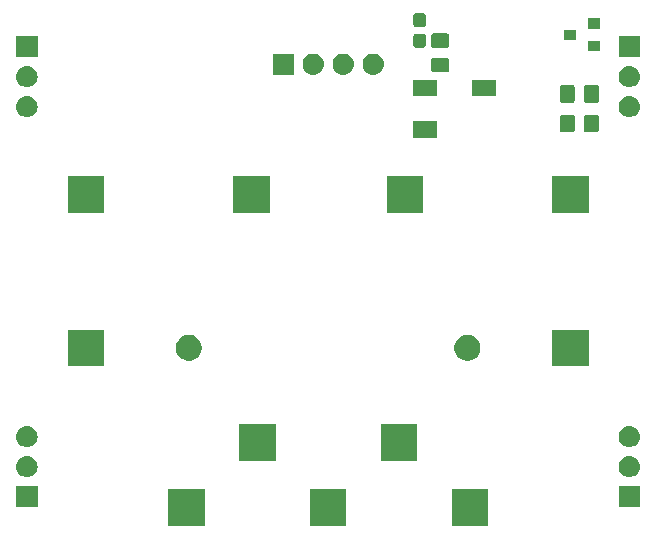
<source format=gbr>
%TF.GenerationSoftware,KiCad,Pcbnew,(5.0.2)-1*%
%TF.CreationDate,2020-07-31T10:54:53+02:00*%
%TF.ProjectId,Multimeter_Watch_DisplayBoard_V1,4d756c74-696d-4657-9465-725f57617463,rev?*%
%TF.SameCoordinates,Original*%
%TF.FileFunction,Soldermask,Bot*%
%TF.FilePolarity,Negative*%
%FSLAX46Y46*%
G04 Gerber Fmt 4.6, Leading zero omitted, Abs format (unit mm)*
G04 Created by KiCad (PCBNEW (5.0.2)-1) date 31.7.2020 10:54:53*
%MOMM*%
%LPD*%
G01*
G04 APERTURE LIST*
%ADD10C,0.100000*%
G04 APERTURE END LIST*
D10*
G36*
X145050000Y-99550000D02*
X141950000Y-99550000D01*
X141950000Y-96450000D01*
X145050000Y-96450000D01*
X145050000Y-99550000D01*
X145050000Y-99550000D01*
G37*
G36*
X133050000Y-99550000D02*
X129950000Y-99550000D01*
X129950000Y-96450000D01*
X133050000Y-96450000D01*
X133050000Y-99550000D01*
X133050000Y-99550000D01*
G37*
G36*
X121050000Y-99550000D02*
X117950000Y-99550000D01*
X117950000Y-96450000D01*
X121050000Y-96450000D01*
X121050000Y-99550000D01*
X121050000Y-99550000D01*
G37*
G36*
X157900000Y-98000000D02*
X156100000Y-98000000D01*
X156100000Y-96200000D01*
X157900000Y-96200000D01*
X157900000Y-98000000D01*
X157900000Y-98000000D01*
G37*
G36*
X106900000Y-98000000D02*
X105100000Y-98000000D01*
X105100000Y-96200000D01*
X106900000Y-96200000D01*
X106900000Y-98000000D01*
X106900000Y-98000000D01*
G37*
G36*
X106176432Y-93673022D02*
X106346081Y-93724485D01*
X106502433Y-93808056D01*
X106639475Y-93920525D01*
X106751944Y-94057567D01*
X106835515Y-94213919D01*
X106886978Y-94383568D01*
X106904354Y-94560000D01*
X106886978Y-94736432D01*
X106835515Y-94906081D01*
X106751944Y-95062433D01*
X106639475Y-95199475D01*
X106502433Y-95311944D01*
X106346081Y-95395515D01*
X106176432Y-95446978D01*
X106044211Y-95460000D01*
X105955789Y-95460000D01*
X105823568Y-95446978D01*
X105653919Y-95395515D01*
X105497567Y-95311944D01*
X105360525Y-95199475D01*
X105248056Y-95062433D01*
X105164485Y-94906081D01*
X105113022Y-94736432D01*
X105095646Y-94560000D01*
X105113022Y-94383568D01*
X105164485Y-94213919D01*
X105248056Y-94057567D01*
X105360525Y-93920525D01*
X105497567Y-93808056D01*
X105653919Y-93724485D01*
X105823568Y-93673022D01*
X105955789Y-93660000D01*
X106044211Y-93660000D01*
X106176432Y-93673022D01*
X106176432Y-93673022D01*
G37*
G36*
X157176432Y-93673022D02*
X157346081Y-93724485D01*
X157502433Y-93808056D01*
X157639475Y-93920525D01*
X157751944Y-94057567D01*
X157835515Y-94213919D01*
X157886978Y-94383568D01*
X157904354Y-94560000D01*
X157886978Y-94736432D01*
X157835515Y-94906081D01*
X157751944Y-95062433D01*
X157639475Y-95199475D01*
X157502433Y-95311944D01*
X157346081Y-95395515D01*
X157176432Y-95446978D01*
X157044211Y-95460000D01*
X156955789Y-95460000D01*
X156823568Y-95446978D01*
X156653919Y-95395515D01*
X156497567Y-95311944D01*
X156360525Y-95199475D01*
X156248056Y-95062433D01*
X156164485Y-94906081D01*
X156113022Y-94736432D01*
X156095646Y-94560000D01*
X156113022Y-94383568D01*
X156164485Y-94213919D01*
X156248056Y-94057567D01*
X156360525Y-93920525D01*
X156497567Y-93808056D01*
X156653919Y-93724485D01*
X156823568Y-93673022D01*
X156955789Y-93660000D01*
X157044211Y-93660000D01*
X157176432Y-93673022D01*
X157176432Y-93673022D01*
G37*
G36*
X127050000Y-94050000D02*
X123950000Y-94050000D01*
X123950000Y-90950000D01*
X127050000Y-90950000D01*
X127050000Y-94050000D01*
X127050000Y-94050000D01*
G37*
G36*
X139050000Y-94050000D02*
X135950000Y-94050000D01*
X135950000Y-90950000D01*
X139050000Y-90950000D01*
X139050000Y-94050000D01*
X139050000Y-94050000D01*
G37*
G36*
X106176432Y-91133022D02*
X106346081Y-91184485D01*
X106502433Y-91268056D01*
X106639475Y-91380525D01*
X106751944Y-91517567D01*
X106835515Y-91673919D01*
X106886978Y-91843568D01*
X106904354Y-92020000D01*
X106886978Y-92196432D01*
X106835515Y-92366081D01*
X106751944Y-92522433D01*
X106639475Y-92659475D01*
X106502433Y-92771944D01*
X106346081Y-92855515D01*
X106176432Y-92906978D01*
X106044211Y-92920000D01*
X105955789Y-92920000D01*
X105823568Y-92906978D01*
X105653919Y-92855515D01*
X105497567Y-92771944D01*
X105360525Y-92659475D01*
X105248056Y-92522433D01*
X105164485Y-92366081D01*
X105113022Y-92196432D01*
X105095646Y-92020000D01*
X105113022Y-91843568D01*
X105164485Y-91673919D01*
X105248056Y-91517567D01*
X105360525Y-91380525D01*
X105497567Y-91268056D01*
X105653919Y-91184485D01*
X105823568Y-91133022D01*
X105955789Y-91120000D01*
X106044211Y-91120000D01*
X106176432Y-91133022D01*
X106176432Y-91133022D01*
G37*
G36*
X157176432Y-91133022D02*
X157346081Y-91184485D01*
X157502433Y-91268056D01*
X157639475Y-91380525D01*
X157751944Y-91517567D01*
X157835515Y-91673919D01*
X157886978Y-91843568D01*
X157904354Y-92020000D01*
X157886978Y-92196432D01*
X157835515Y-92366081D01*
X157751944Y-92522433D01*
X157639475Y-92659475D01*
X157502433Y-92771944D01*
X157346081Y-92855515D01*
X157176432Y-92906978D01*
X157044211Y-92920000D01*
X156955789Y-92920000D01*
X156823568Y-92906978D01*
X156653919Y-92855515D01*
X156497567Y-92771944D01*
X156360525Y-92659475D01*
X156248056Y-92522433D01*
X156164485Y-92366081D01*
X156113022Y-92196432D01*
X156095646Y-92020000D01*
X156113022Y-91843568D01*
X156164485Y-91673919D01*
X156248056Y-91517567D01*
X156360525Y-91380525D01*
X156497567Y-91268056D01*
X156653919Y-91184485D01*
X156823568Y-91133022D01*
X156955789Y-91120000D01*
X157044211Y-91120000D01*
X157176432Y-91133022D01*
X157176432Y-91133022D01*
G37*
G36*
X112550000Y-86050000D02*
X109450000Y-86050000D01*
X109450000Y-82950000D01*
X112550000Y-82950000D01*
X112550000Y-86050000D01*
X112550000Y-86050000D01*
G37*
G36*
X153550000Y-86050000D02*
X150450000Y-86050000D01*
X150450000Y-82950000D01*
X153550000Y-82950000D01*
X153550000Y-86050000D01*
X153550000Y-86050000D01*
G37*
G36*
X120020857Y-83442272D02*
X120221042Y-83525191D01*
X120401213Y-83645578D01*
X120554422Y-83798787D01*
X120674809Y-83978958D01*
X120757728Y-84179143D01*
X120800000Y-84391658D01*
X120800000Y-84608342D01*
X120757728Y-84820857D01*
X120674809Y-85021042D01*
X120554422Y-85201213D01*
X120401213Y-85354422D01*
X120221042Y-85474809D01*
X120020857Y-85557728D01*
X119808342Y-85600000D01*
X119591658Y-85600000D01*
X119379143Y-85557728D01*
X119178958Y-85474809D01*
X118998787Y-85354422D01*
X118845578Y-85201213D01*
X118725191Y-85021042D01*
X118642272Y-84820857D01*
X118600000Y-84608342D01*
X118600000Y-84391658D01*
X118642272Y-84179143D01*
X118725191Y-83978958D01*
X118845578Y-83798787D01*
X118998787Y-83645578D01*
X119178958Y-83525191D01*
X119379143Y-83442272D01*
X119591658Y-83400000D01*
X119808342Y-83400000D01*
X120020857Y-83442272D01*
X120020857Y-83442272D01*
G37*
G36*
X143620857Y-83442272D02*
X143821042Y-83525191D01*
X144001213Y-83645578D01*
X144154422Y-83798787D01*
X144274809Y-83978958D01*
X144357728Y-84179143D01*
X144400000Y-84391658D01*
X144400000Y-84608342D01*
X144357728Y-84820857D01*
X144274809Y-85021042D01*
X144154422Y-85201213D01*
X144001213Y-85354422D01*
X143821042Y-85474809D01*
X143620857Y-85557728D01*
X143408342Y-85600000D01*
X143191658Y-85600000D01*
X142979143Y-85557728D01*
X142778958Y-85474809D01*
X142598787Y-85354422D01*
X142445578Y-85201213D01*
X142325191Y-85021042D01*
X142242272Y-84820857D01*
X142200000Y-84608342D01*
X142200000Y-84391658D01*
X142242272Y-84179143D01*
X142325191Y-83978958D01*
X142445578Y-83798787D01*
X142598787Y-83645578D01*
X142778958Y-83525191D01*
X142979143Y-83442272D01*
X143191658Y-83400000D01*
X143408342Y-83400000D01*
X143620857Y-83442272D01*
X143620857Y-83442272D01*
G37*
G36*
X153550000Y-73050000D02*
X150450000Y-73050000D01*
X150450000Y-69950000D01*
X153550000Y-69950000D01*
X153550000Y-73050000D01*
X153550000Y-73050000D01*
G37*
G36*
X139550000Y-73050000D02*
X136450000Y-73050000D01*
X136450000Y-69950000D01*
X139550000Y-69950000D01*
X139550000Y-73050000D01*
X139550000Y-73050000D01*
G37*
G36*
X126550000Y-73050000D02*
X123450000Y-73050000D01*
X123450000Y-69950000D01*
X126550000Y-69950000D01*
X126550000Y-73050000D01*
X126550000Y-73050000D01*
G37*
G36*
X112550000Y-73050000D02*
X109450000Y-73050000D01*
X109450000Y-69950000D01*
X112550000Y-69950000D01*
X112550000Y-73050000D01*
X112550000Y-73050000D01*
G37*
G36*
X140750000Y-66700000D02*
X138650000Y-66700000D01*
X138650000Y-65300000D01*
X140750000Y-65300000D01*
X140750000Y-66700000D01*
X140750000Y-66700000D01*
G37*
G36*
X152213024Y-64754457D02*
X152250635Y-64765866D01*
X152285299Y-64784394D01*
X152315676Y-64809324D01*
X152340606Y-64839701D01*
X152359134Y-64874365D01*
X152370543Y-64911976D01*
X152375000Y-64957227D01*
X152375000Y-66042773D01*
X152370543Y-66088024D01*
X152359134Y-66125635D01*
X152340606Y-66160299D01*
X152315676Y-66190676D01*
X152285299Y-66215606D01*
X152250635Y-66234134D01*
X152213024Y-66245543D01*
X152167773Y-66250000D01*
X151332227Y-66250000D01*
X151286976Y-66245543D01*
X151249365Y-66234134D01*
X151214701Y-66215606D01*
X151184324Y-66190676D01*
X151159394Y-66160299D01*
X151140866Y-66125635D01*
X151129457Y-66088024D01*
X151125000Y-66042773D01*
X151125000Y-64957227D01*
X151129457Y-64911976D01*
X151140866Y-64874365D01*
X151159394Y-64839701D01*
X151184324Y-64809324D01*
X151214701Y-64784394D01*
X151249365Y-64765866D01*
X151286976Y-64754457D01*
X151332227Y-64750000D01*
X152167773Y-64750000D01*
X152213024Y-64754457D01*
X152213024Y-64754457D01*
G37*
G36*
X154263024Y-64754457D02*
X154300635Y-64765866D01*
X154335299Y-64784394D01*
X154365676Y-64809324D01*
X154390606Y-64839701D01*
X154409134Y-64874365D01*
X154420543Y-64911976D01*
X154425000Y-64957227D01*
X154425000Y-66042773D01*
X154420543Y-66088024D01*
X154409134Y-66125635D01*
X154390606Y-66160299D01*
X154365676Y-66190676D01*
X154335299Y-66215606D01*
X154300635Y-66234134D01*
X154263024Y-66245543D01*
X154217773Y-66250000D01*
X153382227Y-66250000D01*
X153336976Y-66245543D01*
X153299365Y-66234134D01*
X153264701Y-66215606D01*
X153234324Y-66190676D01*
X153209394Y-66160299D01*
X153190866Y-66125635D01*
X153179457Y-66088024D01*
X153175000Y-66042773D01*
X153175000Y-64957227D01*
X153179457Y-64911976D01*
X153190866Y-64874365D01*
X153209394Y-64839701D01*
X153234324Y-64809324D01*
X153264701Y-64784394D01*
X153299365Y-64765866D01*
X153336976Y-64754457D01*
X153382227Y-64750000D01*
X154217773Y-64750000D01*
X154263024Y-64754457D01*
X154263024Y-64754457D01*
G37*
G36*
X106176432Y-63193022D02*
X106346081Y-63244485D01*
X106502433Y-63328056D01*
X106639475Y-63440525D01*
X106751944Y-63577567D01*
X106835515Y-63733919D01*
X106886978Y-63903568D01*
X106904354Y-64080000D01*
X106886978Y-64256432D01*
X106835515Y-64426081D01*
X106751944Y-64582433D01*
X106639475Y-64719475D01*
X106502433Y-64831944D01*
X106346081Y-64915515D01*
X106176432Y-64966978D01*
X106044211Y-64980000D01*
X105955789Y-64980000D01*
X105823568Y-64966978D01*
X105653919Y-64915515D01*
X105497567Y-64831944D01*
X105360525Y-64719475D01*
X105248056Y-64582433D01*
X105164485Y-64426081D01*
X105113022Y-64256432D01*
X105095646Y-64080000D01*
X105113022Y-63903568D01*
X105164485Y-63733919D01*
X105248056Y-63577567D01*
X105360525Y-63440525D01*
X105497567Y-63328056D01*
X105653919Y-63244485D01*
X105823568Y-63193022D01*
X105955789Y-63180000D01*
X106044211Y-63180000D01*
X106176432Y-63193022D01*
X106176432Y-63193022D01*
G37*
G36*
X157176432Y-63193022D02*
X157346081Y-63244485D01*
X157502433Y-63328056D01*
X157639475Y-63440525D01*
X157751944Y-63577567D01*
X157835515Y-63733919D01*
X157886978Y-63903568D01*
X157904354Y-64080000D01*
X157886978Y-64256432D01*
X157835515Y-64426081D01*
X157751944Y-64582433D01*
X157639475Y-64719475D01*
X157502433Y-64831944D01*
X157346081Y-64915515D01*
X157176432Y-64966978D01*
X157044211Y-64980000D01*
X156955789Y-64980000D01*
X156823568Y-64966978D01*
X156653919Y-64915515D01*
X156497567Y-64831944D01*
X156360525Y-64719475D01*
X156248056Y-64582433D01*
X156164485Y-64426081D01*
X156113022Y-64256432D01*
X156095646Y-64080000D01*
X156113022Y-63903568D01*
X156164485Y-63733919D01*
X156248056Y-63577567D01*
X156360525Y-63440525D01*
X156497567Y-63328056D01*
X156653919Y-63244485D01*
X156823568Y-63193022D01*
X156955789Y-63180000D01*
X157044211Y-63180000D01*
X157176432Y-63193022D01*
X157176432Y-63193022D01*
G37*
G36*
X154263024Y-62254457D02*
X154300635Y-62265866D01*
X154335299Y-62284394D01*
X154365676Y-62309324D01*
X154390606Y-62339701D01*
X154409134Y-62374365D01*
X154420543Y-62411976D01*
X154425000Y-62457227D01*
X154425000Y-63542773D01*
X154420543Y-63588024D01*
X154409134Y-63625635D01*
X154390606Y-63660299D01*
X154365676Y-63690676D01*
X154335299Y-63715606D01*
X154300635Y-63734134D01*
X154263024Y-63745543D01*
X154217773Y-63750000D01*
X153382227Y-63750000D01*
X153336976Y-63745543D01*
X153299365Y-63734134D01*
X153264701Y-63715606D01*
X153234324Y-63690676D01*
X153209394Y-63660299D01*
X153190866Y-63625635D01*
X153179457Y-63588024D01*
X153175000Y-63542773D01*
X153175000Y-62457227D01*
X153179457Y-62411976D01*
X153190866Y-62374365D01*
X153209394Y-62339701D01*
X153234324Y-62309324D01*
X153264701Y-62284394D01*
X153299365Y-62265866D01*
X153336976Y-62254457D01*
X153382227Y-62250000D01*
X154217773Y-62250000D01*
X154263024Y-62254457D01*
X154263024Y-62254457D01*
G37*
G36*
X152213024Y-62254457D02*
X152250635Y-62265866D01*
X152285299Y-62284394D01*
X152315676Y-62309324D01*
X152340606Y-62339701D01*
X152359134Y-62374365D01*
X152370543Y-62411976D01*
X152375000Y-62457227D01*
X152375000Y-63542773D01*
X152370543Y-63588024D01*
X152359134Y-63625635D01*
X152340606Y-63660299D01*
X152315676Y-63690676D01*
X152285299Y-63715606D01*
X152250635Y-63734134D01*
X152213024Y-63745543D01*
X152167773Y-63750000D01*
X151332227Y-63750000D01*
X151286976Y-63745543D01*
X151249365Y-63734134D01*
X151214701Y-63715606D01*
X151184324Y-63690676D01*
X151159394Y-63660299D01*
X151140866Y-63625635D01*
X151129457Y-63588024D01*
X151125000Y-63542773D01*
X151125000Y-62457227D01*
X151129457Y-62411976D01*
X151140866Y-62374365D01*
X151159394Y-62339701D01*
X151184324Y-62309324D01*
X151214701Y-62284394D01*
X151249365Y-62265866D01*
X151286976Y-62254457D01*
X151332227Y-62250000D01*
X152167773Y-62250000D01*
X152213024Y-62254457D01*
X152213024Y-62254457D01*
G37*
G36*
X145750000Y-63200000D02*
X143650000Y-63200000D01*
X143650000Y-61800000D01*
X145750000Y-61800000D01*
X145750000Y-63200000D01*
X145750000Y-63200000D01*
G37*
G36*
X140750000Y-63200000D02*
X138650000Y-63200000D01*
X138650000Y-61800000D01*
X140750000Y-61800000D01*
X140750000Y-63200000D01*
X140750000Y-63200000D01*
G37*
G36*
X106176432Y-60653022D02*
X106346081Y-60704485D01*
X106502433Y-60788056D01*
X106639475Y-60900525D01*
X106751944Y-61037567D01*
X106835515Y-61193919D01*
X106886978Y-61363568D01*
X106904354Y-61540000D01*
X106886978Y-61716432D01*
X106835515Y-61886081D01*
X106751944Y-62042433D01*
X106639475Y-62179475D01*
X106502433Y-62291944D01*
X106346081Y-62375515D01*
X106176432Y-62426978D01*
X106044211Y-62440000D01*
X105955789Y-62440000D01*
X105823568Y-62426978D01*
X105653919Y-62375515D01*
X105497567Y-62291944D01*
X105360525Y-62179475D01*
X105248056Y-62042433D01*
X105164485Y-61886081D01*
X105113022Y-61716432D01*
X105095646Y-61540000D01*
X105113022Y-61363568D01*
X105164485Y-61193919D01*
X105248056Y-61037567D01*
X105360525Y-60900525D01*
X105497567Y-60788056D01*
X105653919Y-60704485D01*
X105823568Y-60653022D01*
X105955789Y-60640000D01*
X106044211Y-60640000D01*
X106176432Y-60653022D01*
X106176432Y-60653022D01*
G37*
G36*
X157176432Y-60653022D02*
X157346081Y-60704485D01*
X157502433Y-60788056D01*
X157639475Y-60900525D01*
X157751944Y-61037567D01*
X157835515Y-61193919D01*
X157886978Y-61363568D01*
X157904354Y-61540000D01*
X157886978Y-61716432D01*
X157835515Y-61886081D01*
X157751944Y-62042433D01*
X157639475Y-62179475D01*
X157502433Y-62291944D01*
X157346081Y-62375515D01*
X157176432Y-62426978D01*
X157044211Y-62440000D01*
X156955789Y-62440000D01*
X156823568Y-62426978D01*
X156653919Y-62375515D01*
X156497567Y-62291944D01*
X156360525Y-62179475D01*
X156248056Y-62042433D01*
X156164485Y-61886081D01*
X156113022Y-61716432D01*
X156095646Y-61540000D01*
X156113022Y-61363568D01*
X156164485Y-61193919D01*
X156248056Y-61037567D01*
X156360525Y-60900525D01*
X156497567Y-60788056D01*
X156653919Y-60704485D01*
X156823568Y-60653022D01*
X156955789Y-60640000D01*
X157044211Y-60640000D01*
X157176432Y-60653022D01*
X157176432Y-60653022D01*
G37*
G36*
X132956432Y-59613022D02*
X133126081Y-59664485D01*
X133282433Y-59748056D01*
X133419475Y-59860525D01*
X133531944Y-59997567D01*
X133615515Y-60153919D01*
X133666978Y-60323568D01*
X133684354Y-60500000D01*
X133666978Y-60676432D01*
X133615515Y-60846081D01*
X133531944Y-61002433D01*
X133419475Y-61139475D01*
X133282433Y-61251944D01*
X133126081Y-61335515D01*
X132956432Y-61386978D01*
X132824211Y-61400000D01*
X132735789Y-61400000D01*
X132603568Y-61386978D01*
X132433919Y-61335515D01*
X132277567Y-61251944D01*
X132140525Y-61139475D01*
X132028056Y-61002433D01*
X131944485Y-60846081D01*
X131893022Y-60676432D01*
X131875646Y-60500000D01*
X131893022Y-60323568D01*
X131944485Y-60153919D01*
X132028056Y-59997567D01*
X132140525Y-59860525D01*
X132277567Y-59748056D01*
X132433919Y-59664485D01*
X132603568Y-59613022D01*
X132735789Y-59600000D01*
X132824211Y-59600000D01*
X132956432Y-59613022D01*
X132956432Y-59613022D01*
G37*
G36*
X130416432Y-59613022D02*
X130586081Y-59664485D01*
X130742433Y-59748056D01*
X130879475Y-59860525D01*
X130991944Y-59997567D01*
X131075515Y-60153919D01*
X131126978Y-60323568D01*
X131144354Y-60500000D01*
X131126978Y-60676432D01*
X131075515Y-60846081D01*
X130991944Y-61002433D01*
X130879475Y-61139475D01*
X130742433Y-61251944D01*
X130586081Y-61335515D01*
X130416432Y-61386978D01*
X130284211Y-61400000D01*
X130195789Y-61400000D01*
X130063568Y-61386978D01*
X129893919Y-61335515D01*
X129737567Y-61251944D01*
X129600525Y-61139475D01*
X129488056Y-61002433D01*
X129404485Y-60846081D01*
X129353022Y-60676432D01*
X129335646Y-60500000D01*
X129353022Y-60323568D01*
X129404485Y-60153919D01*
X129488056Y-59997567D01*
X129600525Y-59860525D01*
X129737567Y-59748056D01*
X129893919Y-59664485D01*
X130063568Y-59613022D01*
X130195789Y-59600000D01*
X130284211Y-59600000D01*
X130416432Y-59613022D01*
X130416432Y-59613022D01*
G37*
G36*
X135496432Y-59613022D02*
X135666081Y-59664485D01*
X135822433Y-59748056D01*
X135959475Y-59860525D01*
X136071944Y-59997567D01*
X136155515Y-60153919D01*
X136206978Y-60323568D01*
X136224354Y-60500000D01*
X136206978Y-60676432D01*
X136155515Y-60846081D01*
X136071944Y-61002433D01*
X135959475Y-61139475D01*
X135822433Y-61251944D01*
X135666081Y-61335515D01*
X135496432Y-61386978D01*
X135364211Y-61400000D01*
X135275789Y-61400000D01*
X135143568Y-61386978D01*
X134973919Y-61335515D01*
X134817567Y-61251944D01*
X134680525Y-61139475D01*
X134568056Y-61002433D01*
X134484485Y-60846081D01*
X134433022Y-60676432D01*
X134415646Y-60500000D01*
X134433022Y-60323568D01*
X134484485Y-60153919D01*
X134568056Y-59997567D01*
X134680525Y-59860525D01*
X134817567Y-59748056D01*
X134973919Y-59664485D01*
X135143568Y-59613022D01*
X135275789Y-59600000D01*
X135364211Y-59600000D01*
X135496432Y-59613022D01*
X135496432Y-59613022D01*
G37*
G36*
X128600000Y-61400000D02*
X126800000Y-61400000D01*
X126800000Y-59600000D01*
X128600000Y-59600000D01*
X128600000Y-61400000D01*
X128600000Y-61400000D01*
G37*
G36*
X141588024Y-59929456D02*
X141625635Y-59940865D01*
X141660299Y-59959393D01*
X141690676Y-59984323D01*
X141715606Y-60014700D01*
X141734134Y-60049364D01*
X141745543Y-60086975D01*
X141750000Y-60132226D01*
X141750000Y-60967772D01*
X141745543Y-61013023D01*
X141734134Y-61050634D01*
X141715606Y-61085298D01*
X141690676Y-61115675D01*
X141660299Y-61140605D01*
X141625635Y-61159133D01*
X141588024Y-61170542D01*
X141542773Y-61174999D01*
X140457227Y-61174999D01*
X140411976Y-61170542D01*
X140374365Y-61159133D01*
X140339701Y-61140605D01*
X140309324Y-61115675D01*
X140284394Y-61085298D01*
X140265866Y-61050634D01*
X140254457Y-61013023D01*
X140250000Y-60967772D01*
X140250000Y-60132226D01*
X140254457Y-60086975D01*
X140265866Y-60049364D01*
X140284394Y-60014700D01*
X140309324Y-59984323D01*
X140339701Y-59959393D01*
X140374365Y-59940865D01*
X140411976Y-59929456D01*
X140457227Y-59924999D01*
X141542773Y-59924999D01*
X141588024Y-59929456D01*
X141588024Y-59929456D01*
G37*
G36*
X106900000Y-59900000D02*
X105100000Y-59900000D01*
X105100000Y-58100000D01*
X106900000Y-58100000D01*
X106900000Y-59900000D01*
X106900000Y-59900000D01*
G37*
G36*
X157900000Y-59900000D02*
X156100000Y-59900000D01*
X156100000Y-58100000D01*
X157900000Y-58100000D01*
X157900000Y-59900000D01*
X157900000Y-59900000D01*
G37*
G36*
X154500000Y-59400000D02*
X153500000Y-59400000D01*
X153500000Y-58500000D01*
X154500000Y-58500000D01*
X154500000Y-59400000D01*
X154500000Y-59400000D01*
G37*
G36*
X141588024Y-57879456D02*
X141625635Y-57890865D01*
X141660299Y-57909393D01*
X141690676Y-57934323D01*
X141715606Y-57964700D01*
X141734134Y-57999364D01*
X141745543Y-58036975D01*
X141750000Y-58082226D01*
X141750000Y-58917772D01*
X141745543Y-58963023D01*
X141734134Y-59000634D01*
X141715606Y-59035298D01*
X141690676Y-59065675D01*
X141660299Y-59090605D01*
X141625635Y-59109133D01*
X141588024Y-59120542D01*
X141542773Y-59124999D01*
X140457227Y-59124999D01*
X140411976Y-59120542D01*
X140374365Y-59109133D01*
X140339701Y-59090605D01*
X140309324Y-59065675D01*
X140284394Y-59035298D01*
X140265866Y-59000634D01*
X140254457Y-58963023D01*
X140250000Y-58917772D01*
X140250000Y-58082226D01*
X140254457Y-58036975D01*
X140265866Y-57999364D01*
X140284394Y-57964700D01*
X140309324Y-57934323D01*
X140339701Y-57909393D01*
X140374365Y-57890865D01*
X140411976Y-57879456D01*
X140457227Y-57874999D01*
X141542773Y-57874999D01*
X141588024Y-57879456D01*
X141588024Y-57879456D01*
G37*
G36*
X139613898Y-57929435D02*
X139651309Y-57940783D01*
X139685774Y-57959205D01*
X139715994Y-57984005D01*
X139740794Y-58014225D01*
X139759216Y-58048690D01*
X139770564Y-58086101D01*
X139775000Y-58131140D01*
X139775000Y-58868858D01*
X139770564Y-58913897D01*
X139759216Y-58951308D01*
X139740794Y-58985773D01*
X139715994Y-59015993D01*
X139685774Y-59040793D01*
X139651309Y-59059215D01*
X139613898Y-59070563D01*
X139568859Y-59074999D01*
X138931141Y-59074999D01*
X138886102Y-59070563D01*
X138848691Y-59059215D01*
X138814226Y-59040793D01*
X138784006Y-59015993D01*
X138759206Y-58985773D01*
X138740784Y-58951308D01*
X138729436Y-58913897D01*
X138725000Y-58868858D01*
X138725000Y-58131140D01*
X138729436Y-58086101D01*
X138740784Y-58048690D01*
X138759206Y-58014225D01*
X138784006Y-57984005D01*
X138814226Y-57959205D01*
X138848691Y-57940783D01*
X138886102Y-57929435D01*
X138931141Y-57924999D01*
X139568859Y-57924999D01*
X139613898Y-57929435D01*
X139613898Y-57929435D01*
G37*
G36*
X152500000Y-58450000D02*
X151500000Y-58450000D01*
X151500000Y-57550000D01*
X152500000Y-57550000D01*
X152500000Y-58450000D01*
X152500000Y-58450000D01*
G37*
G36*
X154500000Y-57500000D02*
X153500000Y-57500000D01*
X153500000Y-56600000D01*
X154500000Y-56600000D01*
X154500000Y-57500000D01*
X154500000Y-57500000D01*
G37*
G36*
X139613898Y-56179435D02*
X139651309Y-56190783D01*
X139685774Y-56209205D01*
X139715994Y-56234005D01*
X139740794Y-56264225D01*
X139759216Y-56298690D01*
X139770564Y-56336101D01*
X139775000Y-56381140D01*
X139775000Y-57118858D01*
X139770564Y-57163897D01*
X139759216Y-57201308D01*
X139740794Y-57235773D01*
X139715994Y-57265993D01*
X139685774Y-57290793D01*
X139651309Y-57309215D01*
X139613898Y-57320563D01*
X139568859Y-57324999D01*
X138931141Y-57324999D01*
X138886102Y-57320563D01*
X138848691Y-57309215D01*
X138814226Y-57290793D01*
X138784006Y-57265993D01*
X138759206Y-57235773D01*
X138740784Y-57201308D01*
X138729436Y-57163897D01*
X138725000Y-57118858D01*
X138725000Y-56381140D01*
X138729436Y-56336101D01*
X138740784Y-56298690D01*
X138759206Y-56264225D01*
X138784006Y-56234005D01*
X138814226Y-56209205D01*
X138848691Y-56190783D01*
X138886102Y-56179435D01*
X138931141Y-56174999D01*
X139568859Y-56174999D01*
X139613898Y-56179435D01*
X139613898Y-56179435D01*
G37*
M02*

</source>
